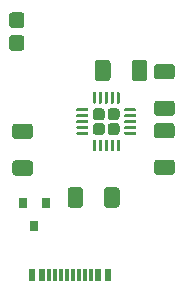
<source format=gbr>
%TF.GenerationSoftware,KiCad,Pcbnew,(5.1.9-0-10_14)*%
%TF.CreationDate,2021-04-19T12:18:48+01:00*%
%TF.ProjectId,Shelly,5368656c-6c79-42e6-9b69-6361645f7063,rev?*%
%TF.SameCoordinates,Original*%
%TF.FileFunction,Paste,Top*%
%TF.FilePolarity,Positive*%
%FSLAX46Y46*%
G04 Gerber Fmt 4.6, Leading zero omitted, Abs format (unit mm)*
G04 Created by KiCad (PCBNEW (5.1.9-0-10_14)) date 2021-04-19 12:18:48*
%MOMM*%
%LPD*%
G01*
G04 APERTURE LIST*
%ADD10R,0.800000X0.900000*%
%ADD11R,0.600000X1.140000*%
%ADD12R,0.300000X1.140000*%
G04 APERTURE END LIST*
%TO.C,R6*%
G36*
G01*
X178900000Y-76175000D02*
X178900000Y-74925000D01*
G75*
G02*
X179150000Y-74675000I250000J0D01*
G01*
X179950000Y-74675000D01*
G75*
G02*
X180200000Y-74925000I0J-250000D01*
G01*
X180200000Y-76175000D01*
G75*
G02*
X179950000Y-76425000I-250000J0D01*
G01*
X179150000Y-76425000D01*
G75*
G02*
X178900000Y-76175000I0J250000D01*
G01*
G37*
G36*
G01*
X175800000Y-76175000D02*
X175800000Y-74925000D01*
G75*
G02*
X176050000Y-74675000I250000J0D01*
G01*
X176850000Y-74675000D01*
G75*
G02*
X177100000Y-74925000I0J-250000D01*
G01*
X177100000Y-76175000D01*
G75*
G02*
X176850000Y-76425000I-250000J0D01*
G01*
X176050000Y-76425000D01*
G75*
G02*
X175800000Y-76175000I0J250000D01*
G01*
G37*
%TD*%
D10*
%TO.C,Q1*%
X173000000Y-78000000D03*
X172050000Y-76000000D03*
X173950000Y-76000000D03*
%TD*%
%TO.C,R3*%
G36*
G01*
X172625000Y-70600000D02*
X171375000Y-70600000D01*
G75*
G02*
X171125000Y-70350000I0J250000D01*
G01*
X171125000Y-69550000D01*
G75*
G02*
X171375000Y-69300000I250000J0D01*
G01*
X172625000Y-69300000D01*
G75*
G02*
X172875000Y-69550000I0J-250000D01*
G01*
X172875000Y-70350000D01*
G75*
G02*
X172625000Y-70600000I-250000J0D01*
G01*
G37*
G36*
G01*
X172625000Y-73700000D02*
X171375000Y-73700000D01*
G75*
G02*
X171125000Y-73450000I0J250000D01*
G01*
X171125000Y-72650000D01*
G75*
G02*
X171375000Y-72400000I250000J0D01*
G01*
X172625000Y-72400000D01*
G75*
G02*
X172875000Y-72650000I0J-250000D01*
G01*
X172875000Y-73450000D01*
G75*
G02*
X172625000Y-73700000I-250000J0D01*
G01*
G37*
%TD*%
%TO.C,D1*%
G36*
G01*
X171100000Y-61800000D02*
X171900000Y-61800000D01*
G75*
G02*
X172150000Y-62050000I0J-250000D01*
G01*
X172150000Y-62875000D01*
G75*
G02*
X171900000Y-63125000I-250000J0D01*
G01*
X171100000Y-63125000D01*
G75*
G02*
X170850000Y-62875000I0J250000D01*
G01*
X170850000Y-62050000D01*
G75*
G02*
X171100000Y-61800000I250000J0D01*
G01*
G37*
G36*
G01*
X171100000Y-59875000D02*
X171900000Y-59875000D01*
G75*
G02*
X172150000Y-60125000I0J-250000D01*
G01*
X172150000Y-60950000D01*
G75*
G02*
X171900000Y-61200000I-250000J0D01*
G01*
X171100000Y-61200000D01*
G75*
G02*
X170850000Y-60950000I0J250000D01*
G01*
X170850000Y-60125000D01*
G75*
G02*
X171100000Y-59875000I250000J0D01*
G01*
G37*
%TD*%
D11*
%TO.C,J4*%
X179200000Y-82140000D03*
X173600000Y-82140000D03*
X172800000Y-82140000D03*
X178400000Y-82140000D03*
D12*
X176250000Y-82140000D03*
X175750000Y-82140000D03*
X176750000Y-82140000D03*
X175250000Y-82140000D03*
X177250000Y-82140000D03*
X174750000Y-82140000D03*
X177750000Y-82140000D03*
X174250000Y-82140000D03*
D11*
X178400000Y-82140000D03*
X173600000Y-82140000D03*
X179200000Y-82140000D03*
X172800000Y-82140000D03*
%TD*%
%TO.C,U1*%
G36*
G01*
X179955000Y-69005000D02*
X179445000Y-69005000D01*
G75*
G02*
X179195000Y-68755000I0J250000D01*
G01*
X179195000Y-68245000D01*
G75*
G02*
X179445000Y-67995000I250000J0D01*
G01*
X179955000Y-67995000D01*
G75*
G02*
X180205000Y-68245000I0J-250000D01*
G01*
X180205000Y-68755000D01*
G75*
G02*
X179955000Y-69005000I-250000J0D01*
G01*
G37*
G36*
G01*
X178705000Y-69005000D02*
X178195000Y-69005000D01*
G75*
G02*
X177945000Y-68755000I0J250000D01*
G01*
X177945000Y-68245000D01*
G75*
G02*
X178195000Y-67995000I250000J0D01*
G01*
X178705000Y-67995000D01*
G75*
G02*
X178955000Y-68245000I0J-250000D01*
G01*
X178955000Y-68755000D01*
G75*
G02*
X178705000Y-69005000I-250000J0D01*
G01*
G37*
G36*
G01*
X179955000Y-70255000D02*
X179445000Y-70255000D01*
G75*
G02*
X179195000Y-70005000I0J250000D01*
G01*
X179195000Y-69495000D01*
G75*
G02*
X179445000Y-69245000I250000J0D01*
G01*
X179955000Y-69245000D01*
G75*
G02*
X180205000Y-69495000I0J-250000D01*
G01*
X180205000Y-70005000D01*
G75*
G02*
X179955000Y-70255000I-250000J0D01*
G01*
G37*
G36*
G01*
X178705000Y-70255000D02*
X178195000Y-70255000D01*
G75*
G02*
X177945000Y-70005000I0J250000D01*
G01*
X177945000Y-69495000D01*
G75*
G02*
X178195000Y-69245000I250000J0D01*
G01*
X178705000Y-69245000D01*
G75*
G02*
X178955000Y-69495000I0J-250000D01*
G01*
X178955000Y-70005000D01*
G75*
G02*
X178705000Y-70255000I-250000J0D01*
G01*
G37*
G36*
G01*
X177487500Y-70250000D02*
X176612500Y-70250000D01*
G75*
G02*
X176550000Y-70187500I0J62500D01*
G01*
X176550000Y-70062500D01*
G75*
G02*
X176612500Y-70000000I62500J0D01*
G01*
X177487500Y-70000000D01*
G75*
G02*
X177550000Y-70062500I0J-62500D01*
G01*
X177550000Y-70187500D01*
G75*
G02*
X177487500Y-70250000I-62500J0D01*
G01*
G37*
G36*
G01*
X177487500Y-69750000D02*
X176612500Y-69750000D01*
G75*
G02*
X176550000Y-69687500I0J62500D01*
G01*
X176550000Y-69562500D01*
G75*
G02*
X176612500Y-69500000I62500J0D01*
G01*
X177487500Y-69500000D01*
G75*
G02*
X177550000Y-69562500I0J-62500D01*
G01*
X177550000Y-69687500D01*
G75*
G02*
X177487500Y-69750000I-62500J0D01*
G01*
G37*
G36*
G01*
X177487500Y-69250000D02*
X176612500Y-69250000D01*
G75*
G02*
X176550000Y-69187500I0J62500D01*
G01*
X176550000Y-69062500D01*
G75*
G02*
X176612500Y-69000000I62500J0D01*
G01*
X177487500Y-69000000D01*
G75*
G02*
X177550000Y-69062500I0J-62500D01*
G01*
X177550000Y-69187500D01*
G75*
G02*
X177487500Y-69250000I-62500J0D01*
G01*
G37*
G36*
G01*
X177487500Y-68750000D02*
X176612500Y-68750000D01*
G75*
G02*
X176550000Y-68687500I0J62500D01*
G01*
X176550000Y-68562500D01*
G75*
G02*
X176612500Y-68500000I62500J0D01*
G01*
X177487500Y-68500000D01*
G75*
G02*
X177550000Y-68562500I0J-62500D01*
G01*
X177550000Y-68687500D01*
G75*
G02*
X177487500Y-68750000I-62500J0D01*
G01*
G37*
G36*
G01*
X177487500Y-68250000D02*
X176612500Y-68250000D01*
G75*
G02*
X176550000Y-68187500I0J62500D01*
G01*
X176550000Y-68062500D01*
G75*
G02*
X176612500Y-68000000I62500J0D01*
G01*
X177487500Y-68000000D01*
G75*
G02*
X177550000Y-68062500I0J-62500D01*
G01*
X177550000Y-68187500D01*
G75*
G02*
X177487500Y-68250000I-62500J0D01*
G01*
G37*
G36*
G01*
X178137500Y-67600000D02*
X178012500Y-67600000D01*
G75*
G02*
X177950000Y-67537500I0J62500D01*
G01*
X177950000Y-66662500D01*
G75*
G02*
X178012500Y-66600000I62500J0D01*
G01*
X178137500Y-66600000D01*
G75*
G02*
X178200000Y-66662500I0J-62500D01*
G01*
X178200000Y-67537500D01*
G75*
G02*
X178137500Y-67600000I-62500J0D01*
G01*
G37*
G36*
G01*
X178637500Y-67600000D02*
X178512500Y-67600000D01*
G75*
G02*
X178450000Y-67537500I0J62500D01*
G01*
X178450000Y-66662500D01*
G75*
G02*
X178512500Y-66600000I62500J0D01*
G01*
X178637500Y-66600000D01*
G75*
G02*
X178700000Y-66662500I0J-62500D01*
G01*
X178700000Y-67537500D01*
G75*
G02*
X178637500Y-67600000I-62500J0D01*
G01*
G37*
G36*
G01*
X179137500Y-67600000D02*
X179012500Y-67600000D01*
G75*
G02*
X178950000Y-67537500I0J62500D01*
G01*
X178950000Y-66662500D01*
G75*
G02*
X179012500Y-66600000I62500J0D01*
G01*
X179137500Y-66600000D01*
G75*
G02*
X179200000Y-66662500I0J-62500D01*
G01*
X179200000Y-67537500D01*
G75*
G02*
X179137500Y-67600000I-62500J0D01*
G01*
G37*
G36*
G01*
X179637500Y-67600000D02*
X179512500Y-67600000D01*
G75*
G02*
X179450000Y-67537500I0J62500D01*
G01*
X179450000Y-66662500D01*
G75*
G02*
X179512500Y-66600000I62500J0D01*
G01*
X179637500Y-66600000D01*
G75*
G02*
X179700000Y-66662500I0J-62500D01*
G01*
X179700000Y-67537500D01*
G75*
G02*
X179637500Y-67600000I-62500J0D01*
G01*
G37*
G36*
G01*
X180137500Y-67600000D02*
X180012500Y-67600000D01*
G75*
G02*
X179950000Y-67537500I0J62500D01*
G01*
X179950000Y-66662500D01*
G75*
G02*
X180012500Y-66600000I62500J0D01*
G01*
X180137500Y-66600000D01*
G75*
G02*
X180200000Y-66662500I0J-62500D01*
G01*
X180200000Y-67537500D01*
G75*
G02*
X180137500Y-67600000I-62500J0D01*
G01*
G37*
G36*
G01*
X181537500Y-68250000D02*
X180662500Y-68250000D01*
G75*
G02*
X180600000Y-68187500I0J62500D01*
G01*
X180600000Y-68062500D01*
G75*
G02*
X180662500Y-68000000I62500J0D01*
G01*
X181537500Y-68000000D01*
G75*
G02*
X181600000Y-68062500I0J-62500D01*
G01*
X181600000Y-68187500D01*
G75*
G02*
X181537500Y-68250000I-62500J0D01*
G01*
G37*
G36*
G01*
X181537500Y-68750000D02*
X180662500Y-68750000D01*
G75*
G02*
X180600000Y-68687500I0J62500D01*
G01*
X180600000Y-68562500D01*
G75*
G02*
X180662500Y-68500000I62500J0D01*
G01*
X181537500Y-68500000D01*
G75*
G02*
X181600000Y-68562500I0J-62500D01*
G01*
X181600000Y-68687500D01*
G75*
G02*
X181537500Y-68750000I-62500J0D01*
G01*
G37*
G36*
G01*
X181537500Y-69250000D02*
X180662500Y-69250000D01*
G75*
G02*
X180600000Y-69187500I0J62500D01*
G01*
X180600000Y-69062500D01*
G75*
G02*
X180662500Y-69000000I62500J0D01*
G01*
X181537500Y-69000000D01*
G75*
G02*
X181600000Y-69062500I0J-62500D01*
G01*
X181600000Y-69187500D01*
G75*
G02*
X181537500Y-69250000I-62500J0D01*
G01*
G37*
G36*
G01*
X181537500Y-69750000D02*
X180662500Y-69750000D01*
G75*
G02*
X180600000Y-69687500I0J62500D01*
G01*
X180600000Y-69562500D01*
G75*
G02*
X180662500Y-69500000I62500J0D01*
G01*
X181537500Y-69500000D01*
G75*
G02*
X181600000Y-69562500I0J-62500D01*
G01*
X181600000Y-69687500D01*
G75*
G02*
X181537500Y-69750000I-62500J0D01*
G01*
G37*
G36*
G01*
X181537500Y-70250000D02*
X180662500Y-70250000D01*
G75*
G02*
X180600000Y-70187500I0J62500D01*
G01*
X180600000Y-70062500D01*
G75*
G02*
X180662500Y-70000000I62500J0D01*
G01*
X181537500Y-70000000D01*
G75*
G02*
X181600000Y-70062500I0J-62500D01*
G01*
X181600000Y-70187500D01*
G75*
G02*
X181537500Y-70250000I-62500J0D01*
G01*
G37*
G36*
G01*
X180137500Y-71650000D02*
X180012500Y-71650000D01*
G75*
G02*
X179950000Y-71587500I0J62500D01*
G01*
X179950000Y-70712500D01*
G75*
G02*
X180012500Y-70650000I62500J0D01*
G01*
X180137500Y-70650000D01*
G75*
G02*
X180200000Y-70712500I0J-62500D01*
G01*
X180200000Y-71587500D01*
G75*
G02*
X180137500Y-71650000I-62500J0D01*
G01*
G37*
G36*
G01*
X179637500Y-71650000D02*
X179512500Y-71650000D01*
G75*
G02*
X179450000Y-71587500I0J62500D01*
G01*
X179450000Y-70712500D01*
G75*
G02*
X179512500Y-70650000I62500J0D01*
G01*
X179637500Y-70650000D01*
G75*
G02*
X179700000Y-70712500I0J-62500D01*
G01*
X179700000Y-71587500D01*
G75*
G02*
X179637500Y-71650000I-62500J0D01*
G01*
G37*
G36*
G01*
X179137500Y-71650000D02*
X179012500Y-71650000D01*
G75*
G02*
X178950000Y-71587500I0J62500D01*
G01*
X178950000Y-70712500D01*
G75*
G02*
X179012500Y-70650000I62500J0D01*
G01*
X179137500Y-70650000D01*
G75*
G02*
X179200000Y-70712500I0J-62500D01*
G01*
X179200000Y-71587500D01*
G75*
G02*
X179137500Y-71650000I-62500J0D01*
G01*
G37*
G36*
G01*
X178637500Y-71650000D02*
X178512500Y-71650000D01*
G75*
G02*
X178450000Y-71587500I0J62500D01*
G01*
X178450000Y-70712500D01*
G75*
G02*
X178512500Y-70650000I62500J0D01*
G01*
X178637500Y-70650000D01*
G75*
G02*
X178700000Y-70712500I0J-62500D01*
G01*
X178700000Y-71587500D01*
G75*
G02*
X178637500Y-71650000I-62500J0D01*
G01*
G37*
G36*
G01*
X178137500Y-71650000D02*
X178012500Y-71650000D01*
G75*
G02*
X177950000Y-71587500I0J62500D01*
G01*
X177950000Y-70712500D01*
G75*
G02*
X178012500Y-70650000I62500J0D01*
G01*
X178137500Y-70650000D01*
G75*
G02*
X178200000Y-70712500I0J-62500D01*
G01*
X178200000Y-71587500D01*
G75*
G02*
X178137500Y-71650000I-62500J0D01*
G01*
G37*
%TD*%
%TO.C,C1*%
G36*
G01*
X181237500Y-65450001D02*
X181237500Y-64149999D01*
G75*
G02*
X181487499Y-63900000I249999J0D01*
G01*
X182312501Y-63900000D01*
G75*
G02*
X182562500Y-64149999I0J-249999D01*
G01*
X182562500Y-65450001D01*
G75*
G02*
X182312501Y-65700000I-249999J0D01*
G01*
X181487499Y-65700000D01*
G75*
G02*
X181237500Y-65450001I0J249999D01*
G01*
G37*
G36*
G01*
X178112500Y-65450001D02*
X178112500Y-64149999D01*
G75*
G02*
X178362499Y-63900000I249999J0D01*
G01*
X179187501Y-63900000D01*
G75*
G02*
X179437500Y-64149999I0J-249999D01*
G01*
X179437500Y-65450001D01*
G75*
G02*
X179187501Y-65700000I-249999J0D01*
G01*
X178362499Y-65700000D01*
G75*
G02*
X178112500Y-65450001I0J249999D01*
G01*
G37*
%TD*%
%TO.C,R5*%
G36*
G01*
X184625000Y-70550000D02*
X183375000Y-70550000D01*
G75*
G02*
X183125000Y-70300000I0J250000D01*
G01*
X183125000Y-69500000D01*
G75*
G02*
X183375000Y-69250000I250000J0D01*
G01*
X184625000Y-69250000D01*
G75*
G02*
X184875000Y-69500000I0J-250000D01*
G01*
X184875000Y-70300000D01*
G75*
G02*
X184625000Y-70550000I-250000J0D01*
G01*
G37*
G36*
G01*
X184625000Y-73650000D02*
X183375000Y-73650000D01*
G75*
G02*
X183125000Y-73400000I0J250000D01*
G01*
X183125000Y-72600000D01*
G75*
G02*
X183375000Y-72350000I250000J0D01*
G01*
X184625000Y-72350000D01*
G75*
G02*
X184875000Y-72600000I0J-250000D01*
G01*
X184875000Y-73400000D01*
G75*
G02*
X184625000Y-73650000I-250000J0D01*
G01*
G37*
%TD*%
%TO.C,R4*%
G36*
G01*
X183375000Y-67350000D02*
X184625000Y-67350000D01*
G75*
G02*
X184875000Y-67600000I0J-250000D01*
G01*
X184875000Y-68400000D01*
G75*
G02*
X184625000Y-68650000I-250000J0D01*
G01*
X183375000Y-68650000D01*
G75*
G02*
X183125000Y-68400000I0J250000D01*
G01*
X183125000Y-67600000D01*
G75*
G02*
X183375000Y-67350000I250000J0D01*
G01*
G37*
G36*
G01*
X183375000Y-64250000D02*
X184625000Y-64250000D01*
G75*
G02*
X184875000Y-64500000I0J-250000D01*
G01*
X184875000Y-65300000D01*
G75*
G02*
X184625000Y-65550000I-250000J0D01*
G01*
X183375000Y-65550000D01*
G75*
G02*
X183125000Y-65300000I0J250000D01*
G01*
X183125000Y-64500000D01*
G75*
G02*
X183375000Y-64250000I250000J0D01*
G01*
G37*
%TD*%
M02*

</source>
